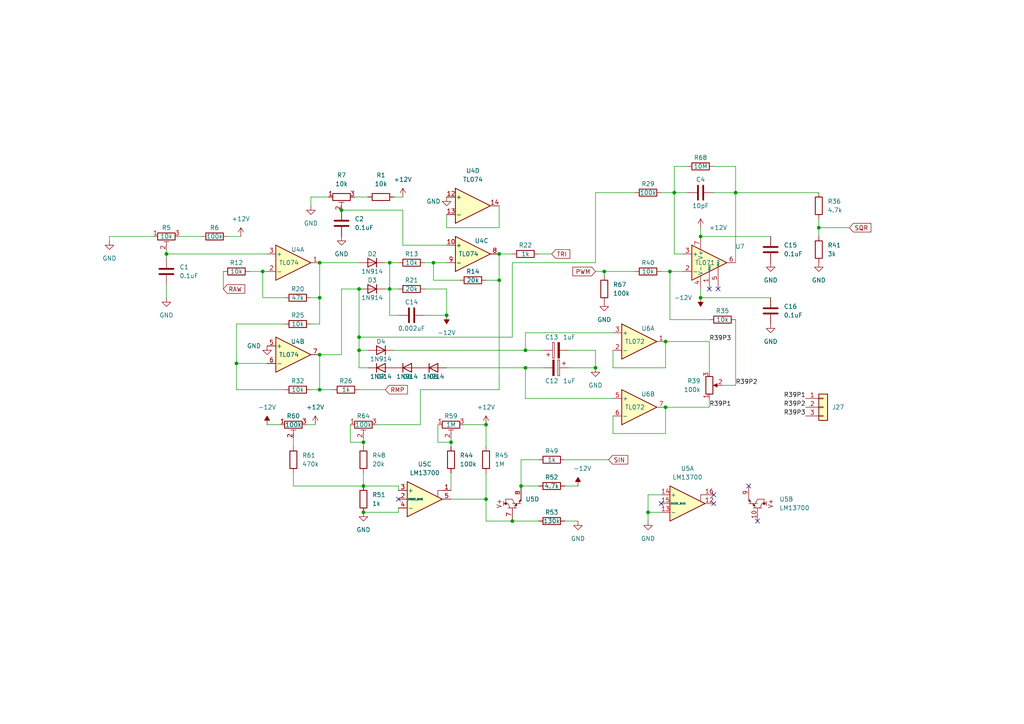
<source format=kicad_sch>
(kicad_sch (version 20211123) (generator eeschema)
  (paper "A4")
  (lib_symbols
    (symbol "Amplifier_Operational:LM13700" (pin_names (offset 0.127))
      (property "Reference" "U" (at 3.81 5.08 0))
      (property "Value" "LM13700" (at 5.08 -5.08 0))
      (symbol "LM13700_1_1"
        (polyline (pts (xy 3.81 -0.635) (xy 3.81 -2.54) (xy 5.08 -2.54)))
        (polyline (pts (xy 5.08 0) (xy -5.08 -5.08) (xy -5.08 5.08) (xy 5.08 0)) (stroke (width 0.254)) (fill (type background)))
        (pin output line (at 7.62 0 180) (length 2.54) (name "~") (number "12"))
        (pin input line (at -7.62 2.54 0) (length 2.54) (name "-") (number "13"))
        (pin input line (at -7.62 -2.54 0) (length 2.54) (name "+") (number "14"))
        (pin input line (at -7.62 0 0) (length 2.54) (name "DIODE_BIAS") (number "15"))
        (pin input line (at 7.62 -2.54 180) (length 2.54) (name "~") (number "16"))
      )
      (symbol "LM13700_2_0"
        (polyline (pts (xy -1.905 2.54) (xy -3.175 2.54)))
      )
      (symbol "LM13700_2_1"
        (circle (center -2.54 1.905) (radius 0.254) (stroke (width 0.254)) (fill (type outline)))
        (polyline (pts (xy -3.81 -0.635) (xy -2.54 -1.27)))
        (polyline (pts (xy -3.81 1.27) (xy -3.81 -1.27)))
        (polyline (pts (xy -2.54 -1.905) (xy -1.27 -2.54)))
        (polyline (pts (xy -2.54 0) (xy -2.54 -2.54)))
        (polyline (pts (xy -3.81 0.635) (xy -2.54 1.27) (xy -2.54 1.905) (xy -2.54 2.54)))
        (polyline (pts (xy -2.54 -1.27) (xy -3.175 -0.635) (xy -3.175 -1.27) (xy -2.54 -1.27)) (fill (type outline)))
        (polyline (pts (xy -2.54 -0.635) (xy -1.27 0) (xy -1.27 1.905) (xy -2.54 1.905)))
        (polyline (pts (xy -1.27 -2.54) (xy -1.905 -1.905) (xy -1.905 -2.54) (xy -1.27 -2.54)) (fill (type outline)))
        (text "V+" (at -2.54 3.81 0) (effects (font (size 1.27 1.27))))
        (pin input line (at -7.62 0 0) (length 3.81) (name "~") (number "10"))
        (pin output line (at 2.54 -2.54 180) (length 3.81) (name "~") (number "9"))
      )
      (symbol "LM13700_3_1"
        (polyline (pts (xy 3.81 -0.635) (xy 3.81 -2.54) (xy 5.08 -2.54)))
        (polyline (pts (xy 5.08 0) (xy -5.08 -5.08) (xy -5.08 5.08) (xy 5.08 0)) (stroke (width 0.254)) (fill (type background)))
        (pin input line (at 7.62 -2.54 180) (length 2.54) (name "~") (number "1"))
        (pin input line (at -7.62 0 0) (length 2.54) (name "DIODE_BIAS") (number "2"))
        (pin input line (at -7.62 -2.54 0) (length 2.54) (name "+") (number "3"))
        (pin input line (at -7.62 2.54 0) (length 2.54) (name "-") (number "4"))
        (pin output line (at 7.62 0 180) (length 2.54) (name "~") (number "5"))
      )
      (symbol "LM13700_4_0"
        (polyline (pts (xy -3.175 2.54) (xy -1.905 2.54)))
        (text "V+" (at -2.54 3.81 0) (effects (font (size 1.27 1.27))))
      )
      (symbol "LM13700_4_1"
        (circle (center -2.54 1.905) (radius 0.254) (stroke (width 0.254)) (fill (type outline)))
        (polyline (pts (xy -3.81 -0.635) (xy -2.54 -1.27)))
        (polyline (pts (xy -3.81 1.27) (xy -3.81 -1.27)))
        (polyline (pts (xy -2.54 -1.905) (xy -1.27 -2.54)))
        (polyline (pts (xy -2.54 0) (xy -2.54 -2.54)))
        (polyline (pts (xy -3.81 0.635) (xy -2.54 1.27) (xy -2.54 2.54)))
        (polyline (pts (xy -2.54 -1.27) (xy -3.175 -0.635) (xy -3.175 -1.27) (xy -2.54 -1.27)) (fill (type outline)))
        (polyline (pts (xy -2.54 -0.635) (xy -1.27 0) (xy -1.27 1.905) (xy -2.54 1.905)))
        (polyline (pts (xy -1.27 -2.54) (xy -1.905 -1.905) (xy -1.905 -2.54) (xy -1.27 -2.54)) (fill (type outline)))
        (pin input line (at -7.62 0 0) (length 3.81) (name "~") (number "7"))
        (pin output line (at 2.54 -2.54 180) (length 3.81) (name "~") (number "8"))
      )
      (symbol "LM13700_5_1"
        (pin power_in line (at -2.54 7.62 270) (length 3.81) (name "V+") (number "11"))
        (pin power_in line (at -2.54 -7.62 90) (length 3.81) (name "V-") (number "6"))
      )
    )
    (symbol "Amplifier_Operational:TL071" (pin_names (offset 0.127))
      (property "Reference" "U" (at 0 6.35 0))
      (property "Value" "TL071" (at 0 3.81 0))
      (symbol "TL071_0_1"
        (polyline (pts (xy -5.08 5.08) (xy 5.08 0) (xy -5.08 -5.08) (xy -5.08 5.08)) (stroke (width 0.254)) (fill (type background)))
      )
      (symbol "TL071_1_1"
        (pin input line (at 0 -7.62 90) (length 5.08) (name "NULL") (number "1"))
        (pin input line (at -7.62 -2.54 0) (length 2.54) (name "-") (number "2"))
        (pin input line (at -7.62 2.54 0) (length 2.54) (name "+") (number "3"))
        (pin power_in line (at -2.54 -7.62 90) (length 3.81) (name "V-") (number "4"))
        (pin input line (at 2.54 -7.62 90) (length 6.35) (name "NULL") (number "5"))
        (pin output line (at 7.62 0 180) (length 2.54) (name "~") (number "6"))
        (pin power_in line (at -2.54 7.62 270) (length 3.81) (name "V+") (number "7"))
        (pin no_connect line (at 0 2.54 270) (length 2.54) hide (name "NC") (number "8"))
      )
    )
    (symbol "Amplifier_Operational:TL072" (pin_names (offset 0.127))
      (property "Reference" "U" (at 0 5.08 0))
      (property "Value" "TL072" (at 0 -5.08 0))
      (symbol "TL072_1_1"
        (polyline (pts (xy -5.08 5.08) (xy 5.08 0) (xy -5.08 -5.08) (xy -5.08 5.08)) (stroke (width 0.254)) (fill (type background)))
        (pin output line (at 7.62 0 180) (length 2.54) (name "~") (number "1"))
        (pin input line (at -7.62 -2.54 0) (length 2.54) (name "-") (number "2"))
        (pin input line (at -7.62 2.54 0) (length 2.54) (name "+") (number "3"))
      )
      (symbol "TL072_2_1"
        (polyline (pts (xy -5.08 5.08) (xy 5.08 0) (xy -5.08 -5.08) (xy -5.08 5.08)) (stroke (width 0.254)) (fill (type background)))
        (pin input line (at -7.62 2.54 0) (length 2.54) (name "+") (number "5"))
        (pin input line (at -7.62 -2.54 0) (length 2.54) (name "-") (number "6"))
        (pin output line (at 7.62 0 180) (length 2.54) (name "~") (number "7"))
      )
      (symbol "TL072_3_1"
        (pin power_in line (at -2.54 -7.62 90) (length 3.81) (name "V-") (number "4"))
        (pin power_in line (at -2.54 7.62 270) (length 3.81) (name "V+") (number "8"))
      )
    )
    (symbol "Amplifier_Operational:TL074" (pin_names (offset 0.127))
      (property "Reference" "U" (at 0 5.08 0))
      (property "Value" "TL074" (at 0 -5.08 0))
      (symbol "TL074_1_1"
        (polyline (pts (xy -5.08 5.08) (xy 5.08 0) (xy -5.08 -5.08) (xy -5.08 5.08)) (stroke (width 0.254)) (fill (type background)))
        (pin output line (at 7.62 0 180) (length 2.54) (name "~") (number "1"))
        (pin input line (at -7.62 -2.54 0) (length 2.54) (name "-") (number "2"))
        (pin input line (at -7.62 2.54 0) (length 2.54) (name "+") (number "3"))
      )
      (symbol "TL074_2_1"
        (polyline (pts (xy -5.08 5.08) (xy 5.08 0) (xy -5.08 -5.08) (xy -5.08 5.08)) (stroke (width 0.254)) (fill (type background)))
        (pin input line (at -7.62 2.54 0) (length 2.54) (name "+") (number "5"))
        (pin input line (at -7.62 -2.54 0) (length 2.54) (name "-") (number "6"))
        (pin output line (at 7.62 0 180) (length 2.54) (name "~") (number "7"))
      )
      (symbol "TL074_3_1"
        (polyline (pts (xy -5.08 5.08) (xy 5.08 0) (xy -5.08 -5.08) (xy -5.08 5.08)) (stroke (width 0.254)) (fill (type background)))
        (pin input line (at -7.62 2.54 0) (length 2.54) (name "+") (number "10"))
        (pin output line (at 7.62 0 180) (length 2.54) (name "~") (number "8"))
        (pin input line (at -7.62 -2.54 0) (length 2.54) (name "-") (number "9"))
      )
      (symbol "TL074_4_1"
        (polyline (pts (xy -5.08 5.08) (xy 5.08 0) (xy -5.08 -5.08) (xy -5.08 5.08)) (stroke (width 0.254)) (fill (type background)))
        (pin input line (at -7.62 2.54 0) (length 2.54) (name "+") (number "12"))
        (pin input line (at -7.62 -2.54 0) (length 2.54) (name "-") (number "13"))
        (pin output line (at 7.62 0 180) (length 2.54) (name "~") (number "14"))
      )
      (symbol "TL074_5_1"
        (pin power_in line (at -2.54 -7.62 90) (length 3.81) (name "V-") (number "11"))
        (pin power_in line (at -2.54 7.62 270) (length 3.81) (name "V+") (number "4"))
      )
    )
    (symbol "Connector_Generic:Conn_01x03" (pin_names (offset 1.016) hide)
      (property "Reference" "J" (at 0 5.08 0))
      (property "Value" "Conn_01x03" (at 0 -5.08 0))
      (symbol "Conn_01x03_1_1"
        (rectangle (start -1.27 -2.413) (end 0 -2.667) (stroke (width 0.1524)))
        (rectangle (start -1.27 0.127) (end 0 -0.127) (stroke (width 0.1524)))
        (rectangle (start -1.27 2.667) (end 0 2.413) (stroke (width 0.1524)))
        (rectangle (start -1.27 3.81) (end 1.27 -3.81) (stroke (width 0.254)) (fill (type background)))
        (pin passive line (at -5.08 2.54 0) (length 3.81) (name "Pin_1") (number "1"))
        (pin passive line (at -5.08 0 0) (length 3.81) (name "Pin_2") (number "2"))
        (pin passive line (at -5.08 -2.54 0) (length 3.81) (name "Pin_3") (number "3"))
      )
    )
    (symbol "Device:C" (pin_numbers hide) (pin_names (offset 0.254))
      (property "Reference" "C" (at 0.635 2.54 0))
      (property "Value" "C" (at 0.635 -2.54 0))
      (symbol "C_0_1"
        (polyline (pts (xy -2.032 -0.762) (xy 2.032 -0.762)) (stroke (width 0.508)))
        (polyline (pts (xy -2.032 0.762) (xy 2.032 0.762)) (stroke (width 0.508)))
      )
      (symbol "C_1_1"
        (pin passive line (at 0 3.81 270) (length 2.794) (name "~") (number "1"))
        (pin passive line (at 0 -3.81 90) (length 2.794) (name "~") (number "2"))
      )
    )
    (symbol "Device:R" (pin_numbers hide) (pin_names (offset 0))
      (property "Reference" "R" (at 2.032 0 90))
      (property "Value" "R" (at 0 0 90))
      (symbol "R_0_1"
        (rectangle (start -1.016 -2.54) (end 1.016 2.54) (stroke (width 0.254)))
      )
      (symbol "R_1_1"
        (pin passive line (at 0 3.81 270) (length 1.27) (name "~") (number "1"))
        (pin passive line (at 0 -3.81 90) (length 1.27) (name "~") (number "2"))
      )
    )
    (symbol "Device:R_Potentiometer" (pin_names (offset 1.016) hide)
      (property "Reference" "RV" (at -4.445 0 90))
      (property "Value" "R_Potentiometer" (at -2.54 0 90))
      (symbol "R_Potentiometer_0_1"
        (polyline (pts (xy 2.54 0) (xy 1.524 0)))
        (polyline (pts (xy 1.143 0) (xy 2.286 0.508) (xy 2.286 -0.508) (xy 1.143 0)) (fill (type outline)))
        (rectangle (start 1.016 2.54) (end -1.016 -2.54) (stroke (width 0.254)))
      )
      (symbol "R_Potentiometer_1_1"
        (pin passive line (at 0 3.81 270) (length 1.27) (name "1") (number "1"))
        (pin passive line (at 3.81 0 180) (length 1.27) (name "2") (number "2"))
        (pin passive line (at 0 -3.81 90) (length 1.27) (name "3") (number "3"))
      )
    )
    (symbol "Diode:1N914" (pin_numbers hide) (pin_names (offset 1.016) hide)
      (property "Reference" "D" (at 0 2.54 0))
      (property "Value" "1N914" (at 0 -2.54 0))
      (symbol "1N914_0_1"
        (polyline (pts (xy -1.27 1.27) (xy -1.27 -1.27)) (stroke (width 0.254)))
        (polyline (pts (xy 1.27 0) (xy -1.27 0)))
        (polyline (pts (xy 1.27 1.27) (xy 1.27 -1.27) (xy -1.27 0) (xy 1.27 1.27)) (stroke (width 0.254)))
      )
      (symbol "1N914_1_1"
        (pin passive line (at -3.81 0 0) (length 2.54) (name "K") (number "1"))
        (pin passive line (at 3.81 0 180) (length 2.54) (name "A") (number "2"))
      )
    )
    (symbol "dhk:C_Tantalum" (pin_numbers hide) (pin_names (offset 0.254))
      (property "Reference" "C" (at 0.635 2.54 0))
      (property "Value" "C_Tantalum" (at 0.635 -2.54 0))
      (symbol "C_Tantalum_0_1"
        (rectangle (start -2.286 0.508) (end 2.286 1.016))
        (polyline (pts (xy -1.778 2.286) (xy -0.762 2.286)))
        (polyline (pts (xy -1.27 2.794) (xy -1.27 1.778)))
        (rectangle (start 2.286 -0.508) (end -2.286 -1.016) (fill (type outline)))
      )
      (symbol "C_Tantalum_1_1"
        (pin passive line (at 0 3.81 270) (length 2.794) (name "~") (number "1"))
        (pin passive line (at 0 -3.81 90) (length 2.794) (name "~") (number "2"))
      )
    )
    (symbol "dhk:R_Potentiometer_Trim_Top" (pin_names (offset 1.016) hide)
      (property "Reference" "RV" (at -4.445 0 90))
      (property "Value" "R_Potentiometer_Trim_Top" (at -2.54 0 90))
      (symbol "R_Potentiometer_Trim_Top_0_1"
        (polyline (pts (xy 1.524 0.762) (xy 1.524 -0.762)))
        (polyline (pts (xy 2.54 0) (xy 1.524 0)))
        (rectangle (start 1.016 2.54) (end -1.016 -2.54) (stroke (width 0.254)))
      )
      (symbol "R_Potentiometer_Trim_Top_1_1"
        (pin passive line (at 0 3.81 270) (length 1.27) (name "1") (number "1"))
        (pin passive line (at 3.81 0 180) (length 1.27) (name "2") (number "2"))
        (pin passive line (at 0 -3.81 90) (length 1.27) (name "3") (number "3"))
      )
    )
    (symbol "power:+12V" (power) (pin_names (offset 0))
      (property "Value" "+12V" (at 0 3.556 0))
      (symbol "+12V_0_1"
        (polyline (pts (xy -0.762 1.27) (xy 0 2.54)))
        (polyline (pts (xy 0 0) (xy 0 2.54)))
        (polyline (pts (xy 0 2.54) (xy 0.762 1.27)))
      )
      (symbol "+12V_1_1"
        (pin power_in line (at 0 0 90) (length 0) hide (name "+12V") (number "1"))
      )
    )
    (symbol "power:-12V" (power) (pin_names (offset 0))
      (property "Value" "-12V" (at 0 3.81 0))
      (symbol "-12V_0_0"
        (pin power_in line (at 0 0 90) (length 0) hide (name "-12V") (number "1"))
      )
      (symbol "-12V_0_1"
        (polyline (pts (xy 0 0) (xy 0 1.27) (xy 0.762 1.27) (xy 0 2.54) (xy -0.762 1.27) (xy 0 1.27)) (fill (type outline)))
      )
    )
    (symbol "power:GND" (power) (pin_names (offset 0))
      (property "Value" "GND" (at 0 -3.81 0))
      (symbol "GND_0_1"
        (polyline (pts (xy 0 0) (xy 0 -1.27) (xy 1.27 -1.27) (xy 0 -2.54) (xy -1.27 -1.27) (xy 0 -1.27)))
      )
      (symbol "GND_1_1"
        (pin power_in line (at 0 0 270) (length 0) hide (name "GND") (number "1"))
      )
    )
  )
  (junction (at 194.31 78.74))
  (junction (at 193.04 99.06))
  (junction (at 105.41 140.97))
  (junction (at 92.71 102.87))
  (junction (at 105.41 128.27))
  (junction (at 125.73 76.2))
  (junction (at 148.59 151.13))
  (junction (at 113.03 83.82))
  (junction (at 172.72 106.68))
  (junction (at 152.4 106.68))
  (junction (at 76.2 78.74))
  (junction (at 92.71 113.03))
  (junction (at 92.71 76.2))
  (junction (at 99.06 60.96))
  (junction (at 151.13 140.97))
  (junction (at 152.4 101.6))
  (junction (at 144.78 81.28))
  (junction (at 187.96 148.59))
  (junction (at 48.26 73.66))
  (junction (at 213.36 55.88))
  (junction (at 68.58 105.41))
  (junction (at 203.2 68.58))
  (junction (at 144.78 73.66))
  (junction (at 193.04 118.11))
  (junction (at 203.2 86.36))
  (junction (at 104.14 83.82))
  (junction (at 104.14 97.79))
  (junction (at 130.81 128.27))
  (junction (at 140.97 123.19))
  (junction (at 113.03 76.2))
  (junction (at 105.41 148.59))
  (junction (at 175.26 78.74))
  (junction (at 92.71 86.36))
  (junction (at 104.14 101.6))
  (junction (at 140.97 144.78))
  (junction (at 195.58 55.88))
  (junction (at 129.54 91.44))
  (junction (at 237.49 66.04))
  (no_connect (at 205.74 83.82))
  (no_connect (at 208.28 83.82))
  (no_connect (at 115.57 144.78))
  (no_connect (at 217.17 140.97))
  (no_connect (at 207.01 146.05))
  (no_connect (at 207.01 143.51))
  (no_connect (at 219.71 151.13))
  (no_connect (at 191.77 146.05))
  (wire (pts (xy 104.14 97.79) (xy 104.14 101.6)))
  (wire (pts (xy 125.73 76.2) (xy 125.73 81.28)))
  (wire (pts (xy 140.97 123.19) (xy 140.97 129.54)))
  (wire (pts (xy 140.97 81.28) (xy 144.78 81.28)))
  (wire (pts (xy 123.19 91.44) (xy 129.54 91.44)))
  (wire (pts (xy 144.78 73.66) (xy 148.59 73.66)))
  (wire (pts (xy 140.97 144.78) (xy 140.97 151.13)))
  (wire (pts (xy 172.72 55.88) (xy 184.15 55.88)))
  (wire (pts (xy 31.75 68.58) (xy 44.45 68.58)))
  (wire (pts (xy 113.03 91.44) (xy 113.03 83.82)))
  (wire (pts (xy 175.26 78.74) (xy 175.26 80.01)))
  (wire (pts (xy 213.36 48.26) (xy 207.01 48.26)))
  (wire (pts (xy 156.21 73.66) (xy 160.02 73.66)))
  (wire (pts (xy 115.57 142.24) (xy 115.57 140.97)))
  (wire (pts (xy 102.87 57.15) (xy 106.68 57.15)))
  (wire (pts (xy 66.04 68.58) (xy 69.85 68.58)))
  (wire (pts (xy 203.2 68.58) (xy 223.52 68.58)))
  (wire (pts (xy 111.76 76.2) (xy 113.03 76.2)))
  (wire (pts (xy 90.17 113.03) (xy 92.71 113.03)))
  (wire (pts (xy 193.04 99.06) (xy 205.74 99.06)))
  (wire (pts (xy 129.54 83.82) (xy 129.54 91.44)))
  (wire (pts (xy 144.78 81.28) (xy 144.78 73.66)))
  (wire (pts (xy 152.4 115.57) (xy 177.8 115.57)))
  (wire (pts (xy 237.49 63.5) (xy 237.49 66.04)))
  (wire (pts (xy 123.19 83.82) (xy 129.54 83.82)))
  (wire (pts (xy 144.78 113.03) (xy 121.92 113.03)))
  (wire (pts (xy 187.96 143.51) (xy 187.96 148.59)))
  (wire (pts (xy 105.41 127) (xy 105.41 128.27)))
  (wire (pts (xy 195.58 48.26) (xy 199.39 48.26)))
  (wire (pts (xy 113.03 76.2) (xy 115.57 76.2)))
  (wire (pts (xy 116.84 71.12) (xy 116.84 60.96)))
  (wire (pts (xy 213.36 111.76) (xy 213.36 92.71)))
  (wire (pts (xy 77.47 123.19) (xy 81.28 123.19)))
  (wire (pts (xy 213.36 55.88) (xy 213.36 48.26)))
  (wire (pts (xy 129.54 106.68) (xy 152.4 106.68)))
  (wire (pts (xy 85.09 140.97) (xy 85.09 137.16)))
  (wire (pts (xy 92.71 76.2) (xy 104.14 76.2)))
  (wire (pts (xy 152.4 101.6) (xy 157.48 101.6)))
  (wire (pts (xy 68.58 105.41) (xy 68.58 93.98)))
  (wire (pts (xy 101.6 123.19) (xy 101.6 128.27)))
  (wire (pts (xy 203.2 83.82) (xy 203.2 86.36)))
  (wire (pts (xy 213.36 55.88) (xy 237.49 55.88)))
  (wire (pts (xy 177.8 101.6) (xy 177.8 106.68)))
  (wire (pts (xy 105.41 137.16) (xy 105.41 140.97)))
  (wire (pts (xy 68.58 105.41) (xy 68.58 113.03)))
  (wire (pts (xy 187.96 148.59) (xy 191.77 148.59)))
  (wire (pts (xy 104.14 101.6) (xy 106.68 101.6)))
  (wire (pts (xy 213.36 55.88) (xy 207.01 55.88)))
  (wire (pts (xy 114.3 57.15) (xy 116.84 57.15)))
  (wire (pts (xy 125.73 76.2) (xy 129.54 76.2)))
  (wire (pts (xy 198.12 73.66) (xy 195.58 73.66)))
  (wire (pts (xy 151.13 140.97) (xy 156.21 140.97)))
  (wire (pts (xy 163.83 151.13) (xy 167.64 151.13)))
  (wire (pts (xy 115.57 91.44) (xy 113.03 91.44)))
  (wire (pts (xy 140.97 144.78) (xy 140.97 137.16)))
  (wire (pts (xy 152.4 101.6) (xy 152.4 96.52)))
  (wire (pts (xy 237.49 66.04) (xy 237.49 68.58)))
  (wire (pts (xy 48.26 73.66) (xy 48.26 74.93)))
  (wire (pts (xy 92.71 86.36) (xy 90.17 86.36)))
  (wire (pts (xy 99.06 102.87) (xy 99.06 83.82)))
  (wire (pts (xy 148.59 97.79) (xy 148.59 76.2)))
  (wire (pts (xy 48.26 73.66) (xy 77.47 73.66)))
  (wire (pts (xy 148.59 151.13) (xy 156.21 151.13)))
  (wire (pts (xy 134.62 123.19) (xy 140.97 123.19)))
  (wire (pts (xy 92.71 113.03) (xy 92.71 102.87)))
  (wire (pts (xy 113.03 76.2) (xy 113.03 83.82)))
  (wire (pts (xy 177.8 120.65) (xy 177.8 125.73)))
  (wire (pts (xy 152.4 106.68) (xy 152.4 115.57)))
  (wire (pts (xy 48.26 82.55) (xy 48.26 86.36)))
  (wire (pts (xy 76.2 78.74) (xy 76.2 86.36)))
  (wire (pts (xy 205.74 92.71) (xy 194.31 92.71)))
  (wire (pts (xy 175.26 78.74) (xy 184.15 78.74)))
  (wire (pts (xy 115.57 147.32) (xy 115.57 148.59)))
  (wire (pts (xy 130.81 128.27) (xy 130.81 129.54)))
  (wire (pts (xy 101.6 128.27) (xy 105.41 128.27)))
  (wire (pts (xy 195.58 55.88) (xy 195.58 48.26)))
  (wire (pts (xy 105.41 148.59) (xy 115.57 148.59)))
  (wire (pts (xy 77.47 105.41) (xy 68.58 105.41)))
  (wire (pts (xy 104.14 106.68) (xy 106.68 106.68)))
  (wire (pts (xy 144.78 66.04) (xy 144.78 59.69)))
  (wire (pts (xy 144.78 81.28) (xy 144.78 113.03)))
  (wire (pts (xy 165.1 101.6) (xy 172.72 101.6)))
  (wire (pts (xy 129.54 62.23) (xy 129.54 66.04)))
  (wire (pts (xy 194.31 92.71) (xy 194.31 78.74)))
  (wire (pts (xy 127 128.27) (xy 127 123.19)))
  (wire (pts (xy 121.92 113.03) (xy 121.92 123.19)))
  (wire (pts (xy 193.04 118.11) (xy 205.74 118.11)))
  (wire (pts (xy 195.58 55.88) (xy 199.39 55.88)))
  (wire (pts (xy 203.2 66.04) (xy 203.2 68.58)))
  (wire (pts (xy 109.22 123.19) (xy 121.92 123.19)))
  (wire (pts (xy 90.17 57.15) (xy 95.25 57.15)))
  (wire (pts (xy 88.9 123.19) (xy 91.44 123.19)))
  (wire (pts (xy 85.09 140.97) (xy 105.41 140.97)))
  (wire (pts (xy 205.74 99.06) (xy 205.74 107.95)))
  (wire (pts (xy 123.19 76.2) (xy 125.73 76.2)))
  (wire (pts (xy 115.57 140.97) (xy 105.41 140.97)))
  (wire (pts (xy 165.1 106.68) (xy 172.72 106.68)))
  (wire (pts (xy 172.72 78.74) (xy 175.26 78.74)))
  (wire (pts (xy 209.55 111.76) (xy 213.36 111.76)))
  (wire (pts (xy 191.77 78.74) (xy 194.31 78.74)))
  (wire (pts (xy 193.04 106.68) (xy 193.04 99.06)))
  (wire (pts (xy 130.81 144.78) (xy 140.97 144.78)))
  (wire (pts (xy 177.8 106.68) (xy 193.04 106.68)))
  (wire (pts (xy 104.14 83.82) (xy 104.14 97.79)))
  (wire (pts (xy 163.83 133.35) (xy 176.53 133.35)))
  (wire (pts (xy 205.74 118.11) (xy 205.74 115.57)))
  (wire (pts (xy 48.26 72.39) (xy 48.26 73.66)))
  (wire (pts (xy 90.17 93.98) (xy 92.71 93.98)))
  (wire (pts (xy 213.36 76.2) (xy 213.36 55.88)))
  (wire (pts (xy 92.71 102.87) (xy 99.06 102.87)))
  (wire (pts (xy 129.54 66.04) (xy 144.78 66.04)))
  (wire (pts (xy 104.14 97.79) (xy 148.59 97.79)))
  (wire (pts (xy 113.03 83.82) (xy 115.57 83.82)))
  (wire (pts (xy 187.96 148.59) (xy 187.96 151.13)))
  (wire (pts (xy 172.72 76.2) (xy 172.72 55.88)))
  (wire (pts (xy 52.07 68.58) (xy 58.42 68.58)))
  (wire (pts (xy 195.58 73.66) (xy 195.58 55.88)))
  (wire (pts (xy 140.97 151.13) (xy 148.59 151.13)))
  (wire (pts (xy 92.71 113.03) (xy 96.52 113.03)))
  (wire (pts (xy 104.14 101.6) (xy 104.14 106.68)))
  (wire (pts (xy 130.81 127) (xy 130.81 128.27)))
  (wire (pts (xy 172.72 101.6) (xy 172.72 106.68)))
  (wire (pts (xy 76.2 86.36) (xy 82.55 86.36)))
  (wire (pts (xy 203.2 86.36) (xy 223.52 86.36)))
  (wire (pts (xy 92.71 93.98) (xy 92.71 86.36)))
  (wire (pts (xy 151.13 133.35) (xy 156.21 133.35)))
  (wire (pts (xy 191.77 55.88) (xy 195.58 55.88)))
  (wire (pts (xy 125.73 81.28) (xy 133.35 81.28)))
  (wire (pts (xy 116.84 60.96) (xy 99.06 60.96)))
  (wire (pts (xy 177.8 125.73) (xy 193.04 125.73)))
  (wire (pts (xy 130.81 137.16) (xy 130.81 142.24)))
  (wire (pts (xy 191.77 143.51) (xy 187.96 143.51)))
  (wire (pts (xy 111.76 83.82) (xy 113.03 83.82)))
  (wire (pts (xy 68.58 113.03) (xy 82.55 113.03)))
  (wire (pts (xy 85.09 127) (xy 85.09 129.54)))
  (wire (pts (xy 31.75 69.85) (xy 31.75 68.58)))
  (wire (pts (xy 237.49 66.04) (xy 246.38 66.04)))
  (wire (pts (xy 193.04 125.73) (xy 193.04 118.11)))
  (wire (pts (xy 129.54 71.12) (xy 116.84 71.12)))
  (wire (pts (xy 163.83 140.97) (xy 167.64 140.97)))
  (wire (pts (xy 92.71 76.2) (xy 92.71 86.36)))
  (wire (pts (xy 114.3 101.6) (xy 152.4 101.6)))
  (wire (pts (xy 105.41 128.27) (xy 105.41 129.54)))
  (wire (pts (xy 148.59 76.2) (xy 172.72 76.2)))
  (wire (pts (xy 152.4 106.68) (xy 157.48 106.68)))
  (wire (pts (xy 90.17 59.69) (xy 90.17 57.15)))
  (wire (pts (xy 130.81 128.27) (xy 127 128.27)))
  (wire (pts (xy 72.39 78.74) (xy 76.2 78.74)))
  (wire (pts (xy 99.06 83.82) (xy 104.14 83.82)))
  (wire (pts (xy 151.13 140.97) (xy 151.13 133.35)))
  (wire (pts (xy 152.4 96.52) (xy 177.8 96.52)))
  (wire (pts (xy 104.14 113.03) (xy 111.76 113.03)))
  (wire (pts (xy 76.2 78.74) (xy 77.47 78.74)))
  (wire (pts (xy 194.31 78.74) (xy 198.12 78.74)))
  (wire (pts (xy 64.77 78.74) (xy 64.77 83.82)))
  (wire (pts (xy 68.58 93.98) (xy 82.55 93.98)))
  (label "R39P3" (at 233.68 120.65 180))
  (label "R39P2" (at 213.36 111.76 0))
  (label "R39P2" (at 233.68 118.11 180))
  (label "R39P1" (at 233.68 115.57 180))
  (label "R39P3" (at 205.74 99.06 0))
  (label "R39P1" (at 205.74 118.11 0))
  (global_label "SQR" (shape input) (at 246.38 66.04 0) (property "Intersheet References" "${INTERSHEET_REFS}" (effects hide)))
  (global_label "RMP" (shape input) (at 111.76 113.03 0) (property "Intersheet References" "${INTERSHEET_REFS}" (effects hide)))
  (global_label "PWM" (shape input) (at 172.72 78.74 180) (property "Intersheet References" "${INTERSHEET_REFS}" (effects hide)))
  (global_label "RAW" (shape input) (at 64.77 83.82 0) (property "Intersheet References" "${INTERSHEET_REFS}" (effects hide)))
  (global_label "SIN" (shape input) (at 176.53 133.35 0) (property "Intersheet References" "${INTERSHEET_REFS}" (effects hide)))
  (global_label "TRI" (shape input) (at 160.02 73.66 0) (property "Intersheet References" "${INTERSHEET_REFS}" (effects hide)))
  (symbol (lib_id "Diode:1N914") (at 107.95 83.82 0) (mirror y) (unit 1)
    (property "Reference" "D3" (at 107.95 81.28 0))
    (property "Value" "1N914" (at 107.95 86.36 0))
    (property "Footprint" "Diode_THT:D_DO-35_SOD27_P7.62mm_Horizontal" (effects hide))
    (property "Datasheet" "http://www.vishay.com/docs/85622/1n914.pdf" (effects hide))
  )
  (symbol (lib_id "Device:R") (at 237.49 59.69 0) (unit 1)
    (property "Reference" "R36" (at 240.03 58.4199 0) (effects (justify left)))
    (property "Value" "4.7k" (at 240.03 60.9599 0) (effects (justify left)))
    (property "Footprint" "Resistor_THT:R_Axial_DIN0207_L6.3mm_D2.5mm_P7.62mm_Horizontal" (effects hide))
  )
  (symbol (lib_id "Device:R") (at 160.02 151.13 90) (unit 1)
    (property "Reference" "R53" (at 160.02 148.59 90))
    (property "Value" "130k" (at 160.02 151.13 90))
    (property "Footprint" "Resistor_THT:R_Axial_DIN0207_L6.3mm_D2.5mm_P7.62mm_Horizontal" (effects hide))
  )
  (symbol (lib_id "Device:R") (at 86.36 93.98 90) (unit 1)
    (property "Reference" "R25" (at 86.36 91.44 90))
    (property "Value" "10k" (at 86.36 93.98 90))
    (property "Footprint" "Resistor_THT:R_Axial_DIN0207_L6.3mm_D2.5mm_P7.62mm_Horizontal" (effects hide))
  )
  (symbol (lib_id "Amplifier_Operational:LM13700") (at 219.71 143.51 270) (mirror x) (unit 2)
    (property "Reference" "U5" (at 226.06 144.7799 90) (effects (justify left)))
    (property "Value" "LM13700" (at 226.06 147.3199 90) (effects (justify left)))
    (property "Footprint" "Package_SO:SOIC-16_3.9x9.9mm_P1.27mm" (effects hide))
    (property "Datasheet" "http://www.ti.com/lit/ds/symlink/lm13700.pdf" (effects hide))
  )
  (symbol (lib_id "Diode:1N914") (at 125.73 106.68 0) (unit 1)
    (property "Reference" "D5" (at 125.73 109.22 0))
    (property "Value" "1N914" (at 125.73 109.22 0))
    (property "Footprint" "Diode_THT:D_DO-35_SOD27_P7.62mm_Horizontal" (effects hide))
    (property "Datasheet" "http://www.vishay.com/docs/85622/1n914.pdf" (effects hide))
  )
  (symbol (lib_id "power:+12V") (at 69.85 68.58 0) (unit 1)
    (property "Reference" "#PWR0114" (effects hide))
    (property "Value" "+12V" (at 69.85 63.5 0))
  )
  (symbol (lib_id "Device:R") (at 237.49 72.39 0) (unit 1)
    (property "Reference" "R41" (at 240.03 71.1199 0) (effects (justify left)))
    (property "Value" "3k" (at 240.03 73.6599 0) (effects (justify left)))
    (property "Footprint" "Resistor_THT:R_Axial_DIN0207_L6.3mm_D2.5mm_P7.62mm_Horizontal" (effects hide))
  )
  (symbol (lib_id "power:GND") (at 129.54 57.15 0) (unit 1)
    (property "Reference" "#PWR0123" (effects hide))
    (property "Value" "GND" (at 125.73 58.42 0))
  )
  (symbol (lib_id "Diode:1N914") (at 118.11 106.68 0) (unit 1)
    (property "Reference" "D6" (at 118.11 109.22 0))
    (property "Value" "1N914" (at 118.11 109.22 0))
    (property "Footprint" "Diode_THT:D_DO-35_SOD27_P7.62mm_Horizontal" (effects hide))
    (property "Datasheet" "http://www.vishay.com/docs/85622/1n914.pdf" (effects hide))
  )
  (symbol (lib_id "power:GND") (at 99.06 68.58 0) (unit 1)
    (property "Reference" "#PWR0125" (effects hide))
    (property "Value" "GND" (at 99.06 73.66 0))
  )
  (symbol (lib_id "power:+12V") (at 203.2 66.04 0) (unit 1)
    (property "Reference" "#PWR0136" (effects hide))
    (property "Value" "+12V" (at 208.28 66.04 0))
  )
  (symbol (lib_id "dhk:R_Potentiometer_Trim_Top") (at 85.09 123.19 90) (mirror x) (unit 1)
    (property "Reference" "R60" (at 85.09 120.65 90))
    (property "Value" "100k" (at 85.09 123.19 90))
    (property "Footprint" "Potentiometer_THT:Potentiometer_Bourns_3339P_Vertical" (effects hide))
  )
  (symbol (lib_id "Device:C") (at 48.26 78.74 0) (unit 1)
    (property "Reference" "C1" (at 52.07 77.4699 0) (effects (justify left)))
    (property "Value" "0.1uF" (at 52.07 80.0099 0) (effects (justify left)))
    (property "Footprint" "Capacitor_THT:C_Disc_D5.0mm_W2.5mm_P2.50mm" (effects hide))
  )
  (symbol (lib_id "Device:R") (at 209.55 92.71 90) (unit 1)
    (property "Reference" "R35" (at 209.55 90.17 90))
    (property "Value" "10k" (at 209.55 92.71 90))
    (property "Footprint" "Resistor_THT:R_Axial_DIN0207_L6.3mm_D2.5mm_P7.62mm_Horizontal" (effects hide))
  )
  (symbol (lib_id "Device:R") (at 160.02 140.97 90) (unit 1)
    (property "Reference" "R52" (at 160.02 138.43 90))
    (property "Value" "4.7k" (at 160.02 140.97 90))
    (property "Footprint" "Resistor_THT:R_Axial_DIN0207_L6.3mm_D2.5mm_P7.62mm_Horizontal" (effects hide))
  )
  (symbol (lib_id "Device:R") (at 160.02 133.35 90) (unit 1)
    (property "Reference" "R49" (at 160.02 130.81 90))
    (property "Value" "1k" (at 160.02 133.35 90))
    (property "Footprint" "Resistor_THT:R_Axial_DIN0207_L6.3mm_D2.5mm_P7.62mm_Horizontal" (effects hide))
  )
  (symbol (lib_id "Device:R") (at 85.09 133.35 0) (unit 1)
    (property "Reference" "R61" (at 87.63 132.0799 0) (effects (justify left)))
    (property "Value" "470k" (at 87.63 134.6199 0) (effects (justify left)))
    (property "Footprint" "Resistor_THT:R_Axial_DIN0207_L6.3mm_D2.5mm_P7.62mm_Horizontal" (effects hide))
  )
  (symbol (lib_id "power:-12V") (at 129.54 91.44 0) (mirror x) (unit 1)
    (property "Reference" "#PWR0126" (effects hide))
    (property "Value" "-12V" (at 129.54 96.52 0))
  )
  (symbol (lib_id "Amplifier_Operational:TL074") (at 137.16 73.66 0) (unit 3)
    (property "Reference" "U4" (at 139.7 69.85 0))
    (property "Value" "TL074" (at 135.89 73.66 0))
    (property "Footprint" "Package_DIP:DIP-14_W7.62mm_Socket_LongPads" (effects hide))
    (property "Datasheet" "http://www.ti.com/lit/ds/symlink/tl071.pdf" (effects hide))
  )
  (symbol (lib_id "Device:R_Potentiometer") (at 205.74 111.76 0) (mirror x) (unit 1) (on_board no)
    (property "Reference" "R39" (at 203.2 110.4899 0) (effects (justify right)))
    (property "Value" "100k" (at 203.2 113.0299 0) (effects (justify right)))
    (property "Footprint" "Resistor_THT:R_Axial_DIN0207_L6.3mm_D2.5mm_P7.62mm_Horizontal" (effects hide))
  )
  (symbol (lib_id "Device:R") (at 110.49 57.15 90) (unit 1)
    (property "Reference" "R1" (at 110.49 50.8 90))
    (property "Value" "10k" (at 110.49 53.34 90))
    (property "Footprint" "Resistor_THT:R_Axial_DIN0207_L6.3mm_D2.5mm_P7.62mm_Horizontal" (effects hide))
  )
  (symbol (lib_id "Diode:1N914") (at 110.49 106.68 0) (unit 1)
    (property "Reference" "D7" (at 110.49 109.22 0))
    (property "Value" "1N914" (at 110.49 109.22 0))
    (property "Footprint" "Diode_THT:D_DO-35_SOD27_P7.62mm_Horizontal" (effects hide))
    (property "Datasheet" "http://www.vishay.com/docs/85622/1n914.pdf" (effects hide))
  )
  (symbol (lib_id "Device:R") (at 140.97 133.35 0) (unit 1)
    (property "Reference" "R45" (at 143.51 132.0799 0) (effects (justify left)))
    (property "Value" "1M" (at 143.51 134.6199 0) (effects (justify left)))
    (property "Footprint" "Resistor_THT:R_Axial_DIN0207_L6.3mm_D2.5mm_P7.62mm_Horizontal" (effects hide))
  )
  (symbol (lib_id "Device:R") (at 62.23 68.58 90) (unit 1)
    (property "Reference" "R6" (at 62.23 66.04 90))
    (property "Value" "100k" (at 62.23 68.58 90))
    (property "Footprint" "Resistor_THT:R_Axial_DIN0207_L6.3mm_D2.5mm_P7.62mm_Horizontal" (effects hide))
  )
  (symbol (lib_id "Device:C") (at 223.52 72.39 0) (unit 1)
    (property "Reference" "C15" (at 227.33 71.1199 0) (effects (justify left)))
    (property "Value" "0.1uF" (at 227.33 73.6599 0) (effects (justify left)))
    (property "Footprint" "Capacitor_THT:C_Disc_D5.0mm_W2.5mm_P2.50mm" (effects hide))
  )
  (symbol (lib_id "Amplifier_Operational:TL072") (at 185.42 118.11 0) (unit 2)
    (property "Reference" "U6" (at 187.96 114.3 0))
    (property "Value" "TL072" (at 184.15 118.11 0))
    (property "Footprint" "Package_DIP:DIP-8_W7.62mm_Socket_LongPads" (effects hide))
    (property "Datasheet" "http://www.ti.com/lit/ds/symlink/tl072.pdf" (effects hide))
  )
  (symbol (lib_id "Device:R") (at 105.41 144.78 0) (unit 1)
    (property "Reference" "R51" (at 107.95 143.5099 0) (effects (justify left)))
    (property "Value" "1k" (at 107.95 146.0499 0) (effects (justify left)))
    (property "Footprint" "Resistor_THT:R_Axial_DIN0207_L6.3mm_D2.5mm_P7.62mm_Horizontal" (effects hide))
  )
  (symbol (lib_id "Device:R") (at 152.4 73.66 90) (unit 1)
    (property "Reference" "R22" (at 152.4 71.12 90))
    (property "Value" "1k" (at 152.4 73.66 90))
    (property "Footprint" "Resistor_THT:R_Axial_DIN0207_L6.3mm_D2.5mm_P7.62mm_Horizontal" (effects hide))
  )
  (symbol (lib_id "dhk:C_Tantalum") (at 161.29 101.6 90) (unit 1)
    (property "Reference" "C13" (at 160.02 97.79 90))
    (property "Value" "1uF" (at 165.1 97.79 90))
    (property "Footprint" "Capacitor_THT:CP_Radial_D8.0mm_P3.50mm" (effects hide))
  )
  (symbol (lib_id "Amplifier_Operational:LM13700") (at 148.59 143.51 90) (unit 4)
    (property "Reference" "U5" (at 152.4 144.7799 90) (effects (justify right)))
    (property "Value" "LM13700" (effects hide))
    (property "Footprint" "Package_SO:SOIC-16_3.9x9.9mm_P1.27mm" (effects hide))
    (property "Datasheet" "http://www.ti.com/lit/ds/symlink/lm13700.pdf" (effects hide))
  )
  (symbol (lib_id "power:-12V") (at 77.47 123.19 0) (unit 1)
    (property "Reference" "#PWR0129" (effects hide))
    (property "Value" "-12V" (at 77.47 118.11 0))
  )
  (symbol (lib_id "power:-12V") (at 203.2 86.36 0) (mirror x) (unit 1)
    (property "Reference" "#PWR0140" (effects hide))
    (property "Value" "-12V" (at 198.12 86.36 0))
  )
  (symbol (lib_id "Device:R") (at 86.36 113.03 90) (unit 1)
    (property "Reference" "R32" (at 86.36 110.49 90))
    (property "Value" "10k" (at 86.36 113.03 90))
    (property "Footprint" "Resistor_THT:R_Axial_DIN0207_L6.3mm_D2.5mm_P7.62mm_Horizontal" (effects hide))
  )
  (symbol (lib_id "power:GND") (at 90.17 59.69 0) (unit 1)
    (property "Reference" "#PWR0122" (effects hide))
    (property "Value" "GND" (at 90.17 64.77 0))
  )
  (symbol (lib_id "Amplifier_Operational:TL071") (at 205.74 76.2 0) (unit 1)
    (property "Reference" "U7" (at 214.63 71.501 0))
    (property "Value" "TL071" (at 204.47 76.2 0))
    (property "Footprint" "Package_DIP:DIP-8_W7.62mm_Socket_LongPads" (effects hide))
    (property "Datasheet" "http://www.ti.com/lit/ds/symlink/tl071.pdf" (effects hide))
  )
  (symbol (lib_id "Amplifier_Operational:TL074") (at 85.09 102.87 0) (unit 2)
    (property "Reference" "U4" (at 86.36 99.06 0))
    (property "Value" "TL074" (at 83.82 102.87 0))
    (property "Footprint" "Package_DIP:DIP-14_W7.62mm_Socket_LongPads" (effects hide))
    (property "Datasheet" "http://www.ti.com/lit/ds/symlink/tl071.pdf" (effects hide))
  )
  (symbol (lib_id "Device:R") (at 119.38 76.2 90) (unit 1)
    (property "Reference" "R13" (at 119.38 73.66 90))
    (property "Value" "10k" (at 119.38 76.2 90))
    (property "Footprint" "Resistor_THT:R_Axial_DIN0207_L6.3mm_D2.5mm_P7.62mm_Horizontal" (effects hide))
  )
  (symbol (lib_id "Amplifier_Operational:TL074") (at 137.16 59.69 0) (unit 4)
    (property "Reference" "U4" (at 137.16 49.53 0))
    (property "Value" "TL074" (at 137.16 52.07 0))
    (property "Footprint" "Package_DIP:DIP-14_W7.62mm_Socket_LongPads" (effects hide))
    (property "Datasheet" "http://www.ti.com/lit/ds/symlink/tl071.pdf" (effects hide))
  )
  (symbol (lib_id "Device:C") (at 99.06 64.77 0) (unit 1)
    (property "Reference" "C2" (at 102.87 63.4999 0) (effects (justify left)))
    (property "Value" "0.1uF" (at 102.87 66.0399 0) (effects (justify left)))
    (property "Footprint" "Capacitor_THT:C_Disc_D5.0mm_W2.5mm_P2.50mm" (effects hide))
  )
  (symbol (lib_id "dhk:R_Potentiometer_Trim_Top") (at 48.26 68.58 90) (mirror x) (unit 1)
    (property "Reference" "R5" (at 48.26 66.04 90))
    (property "Value" "10k" (at 48.26 68.58 90))
    (property "Footprint" "Potentiometer_THT:Potentiometer_Bourns_3339P_Vertical" (effects hide))
  )
  (symbol (lib_id "power:GND") (at 167.64 151.13 0) (unit 1)
    (property "Reference" "#PWR0133" (effects hide))
    (property "Value" "GND" (at 167.64 156.21 0))
  )
  (symbol (lib_id "Amplifier_Operational:LM13700") (at 199.39 146.05 0) (mirror x) (unit 1)
    (property "Reference" "U5" (at 199.39 135.89 0))
    (property "Value" "LM13700" (at 199.39 138.43 0))
    (property "Footprint" "Package_SO:SOIC-16_3.9x9.9mm_P1.27mm" (effects hide))
    (property "Datasheet" "http://www.ti.com/lit/ds/symlink/lm13700.pdf" (effects hide))
  )
  (symbol (lib_id "power:GND") (at 223.52 93.98 0) (unit 1)
    (property "Reference" "#PWR0139" (effects hide))
    (property "Value" "GND" (at 223.52 99.06 0))
  )
  (symbol (lib_id "Device:R") (at 137.16 81.28 90) (unit 1)
    (property "Reference" "R14" (at 137.16 78.74 90))
    (property "Value" "20k" (at 137.16 81.28 90))
    (property "Footprint" "Resistor_THT:R_Axial_DIN0207_L6.3mm_D2.5mm_P7.62mm_Horizontal" (effects hide))
  )
  (symbol (lib_id "power:GND") (at 187.96 151.13 0) (unit 1)
    (property "Reference" "#PWR0134" (effects hide))
    (property "Value" "GND" (at 187.96 156.21 0))
  )
  (symbol (lib_id "Diode:1N914") (at 107.95 76.2 0) (mirror y) (unit 1)
    (property "Reference" "D2" (at 107.95 73.66 0))
    (property "Value" "1N914" (at 107.95 78.74 0))
    (property "Footprint" "Diode_THT:D_DO-35_SOD27_P7.62mm_Horizontal" (effects hide))
    (property "Datasheet" "http://www.vishay.com/docs/85622/1n914.pdf" (effects hide))
  )
  (symbol (lib_id "power:GND") (at 223.52 76.2 0) (unit 1)
    (property "Reference" "#PWR0138" (effects hide))
    (property "Value" "GND" (at 223.52 81.28 0))
  )
  (symbol (lib_id "Device:R") (at 187.96 78.74 90) (unit 1)
    (property "Reference" "R40" (at 187.96 76.2 90))
    (property "Value" "10k" (at 187.96 78.74 90))
    (property "Footprint" "Resistor_THT:R_Axial_DIN0207_L6.3mm_D2.5mm_P7.62mm_Horizontal" (effects hide))
  )
  (symbol (lib_id "dhk:R_Potentiometer_Trim_Top") (at 130.81 123.19 90) (mirror x) (unit 1)
    (property "Reference" "R59" (at 130.81 120.65 90))
    (property "Value" "1M" (at 130.81 123.19 90))
    (property "Footprint" "Potentiometer_THT:Potentiometer_Bourns_3339P_Vertical" (effects hide))
  )
  (symbol (lib_id "dhk:C_Tantalum") (at 161.29 106.68 270) (unit 1)
    (property "Reference" "C12" (at 160.02 110.49 90))
    (property "Value" "1uF" (at 165.1 110.49 90))
    (property "Footprint" "Capacitor_THT:CP_Radial_D8.0mm_P3.50mm" (effects hide))
  )
  (symbol (lib_id "power:GND") (at 105.41 148.59 0) (unit 1)
    (property "Reference" "#PWR0128" (effects hide))
    (property "Value" "GND" (at 105.41 153.67 0))
  )
  (symbol (lib_id "power:GND") (at 237.49 76.2 0) (unit 1)
    (property "Reference" "#PWR0137" (effects hide))
    (property "Value" "GND" (at 237.49 81.28 0))
  )
  (symbol (lib_id "power:+12V") (at 91.44 123.19 0) (unit 1)
    (property "Reference" "#PWR0130" (effects hide))
    (property "Value" "+12V" (at 91.44 118.11 0))
  )
  (symbol (lib_id "power:-12V") (at 167.64 140.97 0) (unit 1)
    (property "Reference" "#PWR0132" (effects hide))
    (property "Value" "-12V" (at 168.91 135.89 0))
  )
  (symbol (lib_id "power:+12V") (at 116.84 57.15 0) (unit 1)
    (property "Reference" "#PWR0124" (effects hide))
    (property "Value" "+12V" (at 116.84 52.07 0))
  )
  (symbol (lib_id "Device:R") (at 119.38 83.82 90) (unit 1)
    (property "Reference" "R21" (at 119.38 81.28 90))
    (property "Value" "20k" (at 119.38 83.82 90))
    (property "Footprint" "Resistor_THT:R_Axial_DIN0207_L6.3mm_D2.5mm_P7.62mm_Horizontal" (effects hide))
  )
  (symbol (lib_id "Device:R") (at 203.2 48.26 90) (unit 1)
    (property "Reference" "R68" (at 203.2 45.72 90))
    (property "Value" "10M" (at 203.2 48.26 90))
    (property "Footprint" "Resistor_THT:R_Axial_DIN0207_L6.3mm_D2.5mm_P7.62mm_Horizontal" (effects hide))
  )
  (symbol (lib_id "Device:R") (at 105.41 133.35 0) (unit 1)
    (property "Reference" "R48" (at 107.95 132.0799 0) (effects (justify left)))
    (property "Value" "20k" (at 107.95 134.6199 0) (effects (justify left)))
    (property "Footprint" "Resistor_THT:R_Axial_DIN0207_L6.3mm_D2.5mm_P7.62mm_Horizontal" (effects hide))
  )
  (symbol (lib_id "Amplifier_Operational:TL072") (at 185.42 99.06 0) (unit 1)
    (property "Reference" "U6" (at 187.96 95.25 0))
    (property "Value" "TL072" (at 184.15 99.06 0))
    (property "Footprint" "Package_DIP:DIP-8_W7.62mm_Socket_LongPads" (effects hide))
    (property "Datasheet" "http://www.ti.com/lit/ds/symlink/tl072.pdf" (effects hide))
  )
  (symbol (lib_id "power:GND") (at 48.26 86.36 0) (unit 1)
    (property "Reference" "#PWR0113" (effects hide))
    (property "Value" "GND" (at 48.26 91.44 0))
  )
  (symbol (lib_id "Device:R") (at 68.58 78.74 90) (unit 1)
    (property "Reference" "R12" (at 68.58 76.2 90))
    (property "Value" "10k" (at 68.58 78.74 90))
    (property "Footprint" "Resistor_THT:R_Axial_DIN0207_L6.3mm_D2.5mm_P7.62mm_Horizontal" (effects hide))
  )
  (symbol (lib_id "Connector_Generic:Conn_01x03") (at 238.76 118.11 0) (unit 1)
    (property "Reference" "J27" (at 241.3 118.1099 0) (effects (justify left)))
    (property "Value" "Conn_01x03" (effects hide))
    (property "Footprint" "Connector_PinHeader_2.54mm:PinHeader_1x03_P2.54mm_Vertical" (effects hide))
  )
  (symbol (lib_id "Diode:1N914") (at 110.49 101.6 0) (mirror y) (unit 1)
    (property "Reference" "D4" (at 110.49 99.06 0))
    (property "Value" "1N914" (at 110.49 104.14 0))
    (property "Footprint" "Diode_THT:D_DO-35_SOD27_P7.62mm_Horizontal" (effects hide))
    (property "Datasheet" "http://www.vishay.com/docs/85622/1n914.pdf" (effects hide))
  )
  (symbol (lib_id "power:+12V") (at 140.97 123.19 0) (unit 1)
    (property "Reference" "#PWR0131" (effects hide))
    (property "Value" "+12V" (at 140.97 118.11 0))
  )
  (symbol (lib_id "Device:R") (at 187.96 55.88 90) (unit 1)
    (property "Reference" "R29" (at 187.96 53.34 90))
    (property "Value" "100k" (at 187.96 55.88 90))
    (property "Footprint" "Resistor_THT:R_Axial_DIN0207_L6.3mm_D2.5mm_P7.62mm_Horizontal" (effects hide))
  )
  (symbol (lib_id "Device:R") (at 100.33 113.03 90) (unit 1)
    (property "Reference" "R26" (at 100.33 110.49 90))
    (property "Value" "1k" (at 100.33 113.03 90))
    (property "Footprint" "Resistor_THT:R_Axial_DIN0207_L6.3mm_D2.5mm_P7.62mm_Horizontal" (effects hide))
  )
  (symbol (lib_id "Device:C") (at 223.52 90.17 0) (unit 1)
    (property "Reference" "C16" (at 227.33 88.8999 0) (effects (justify left)))
    (property "Value" "0.1uF" (at 227.33 91.4399 0) (effects (justify left)))
    (property "Footprint" "Capacitor_THT:C_Disc_D5.0mm_W2.5mm_P2.50mm" (effects hide))
  )
  (symbol (lib_id "dhk:R_Potentiometer_Trim_Top") (at 105.41 123.19 90) (mirror x) (unit 1)
    (property "Reference" "R64" (at 105.41 120.65 90))
    (property "Value" "100k" (at 105.41 123.19 90))
    (property "Footprint" "Potentiometer_THT:Potentiometer_Bourns_3339P_Vertical" (effects hide))
  )
  (symbol (lib_id "power:GND") (at 77.47 100.33 0) (unit 1)
    (property "Reference" "#PWR0127" (effects hide))
    (property "Value" "GND" (at 73.66 100.33 0))
  )
  (symbol (lib_id "power:GND") (at 175.26 87.63 0) (unit 1)
    (property "Reference" "#PWR0135" (effects hide))
    (property "Value" "GND" (at 175.26 92.71 0))
  )
  (symbol (lib_id "power:GND") (at 172.72 106.68 0) (unit 1)
    (property "Reference" "#PWR0141" (effects hide))
    (property "Value" "GND" (at 172.72 111.76 0))
  )
  (symbol (lib_id "dhk:R_Potentiometer_Trim_Top") (at 99.06 57.15 90) (mirror x) (unit 1)
    (property "Reference" "R7" (at 99.06 50.8 90))
    (property "Value" "10k" (at 99.06 53.34 90))
    (property "Footprint" "Potentiometer_THT:Potentiometer_Bourns_3339P_Vertical" (effects hide))
  )
  (symbol (lib_id "Device:R") (at 175.26 83.82 180) (unit 1)
    (property "Reference" "R67" (at 177.8 82.5499 0) (effects (justify right)))
    (property "Value" "100k" (at 177.8 85.0899 0) (effects (justify right)))
    (property "Footprint" "Resistor_THT:R_Axial_DIN0207_L6.3mm_D2.5mm_P7.62mm_Horizontal" (effects hide))
  )
  (symbol (lib_id "Amplifier_Operational:LM13700") (at 123.19 144.78 0) (mirror x) (unit 3)
    (property "Reference" "U5" (at 123.19 134.62 0))
    (property "Value" "LM13700" (at 123.19 137.16 0))
    (property "Footprint" "Package_SO:SOIC-16_3.9x9.9mm_P1.27mm" (effects hide))
    (property "Datasheet" "http://www.ti.com/lit/ds/symlink/lm13700.pdf" (effects hide))
  )
  (symbol (lib_id "Device:R") (at 130.81 133.35 0) (unit 1)
    (property "Reference" "R44" (at 133.35 132.0799 0) (effects (justify left)))
    (property "Value" "100k" (at 133.35 134.6199 0) (effects (justify left)))
    (property "Footprint" "Resistor_THT:R_Axial_DIN0207_L6.3mm_D2.5mm_P7.62mm_Horizontal" (effects hide))
  )
  (symbol (lib_id "Device:C") (at 119.38 91.44 90) (unit 1)
    (property "Reference" "C14" (at 119.38 87.63 90))
    (property "Value" "0.002uF" (at 119.38 95.25 90))
    (property "Footprint" "Capacitor_THT:C_Disc_D4.7mm_W2.5mm_P5.00mm" (effects hide))
  )
  (symbol (lib_id "Device:R") (at 86.36 86.36 90) (unit 1)
    (property "Reference" "R20" (at 86.36 83.82 90))
    (property "Value" "47k" (at 86.36 86.36 90))
    (property "Footprint" "Resistor_THT:R_Axial_DIN0207_L6.3mm_D2.5mm_P7.62mm_Horizontal" (effects hide))
  )
  (symbol (lib_id "Device:C") (at 203.2 55.88 90) (unit 1)
    (property "Reference" "C4" (at 203.2 52.07 90))
    (property "Value" "10pF" (at 203.2 59.69 90))
    (property "Footprint" "Capacitor_THT:C_Disc_D3.4mm_W2.1mm_P2.50mm" (effects hide))
  )
  (symbol (lib_id "Amplifier_Operational:TL074") (at 85.09 76.2 0) (unit 1)
    (property "Reference" "U4" (at 86.36 72.39 0))
    (property "Value" "TL074" (at 83.82 76.2 0))
    (property "Footprint" "Package_DIP:DIP-14_W7.62mm_Socket_LongPads" (effects hide))
    (property "Datasheet" "http://www.ti.com/lit/ds/symlink/tl071.pdf" (effects hide))
  )
  (symbol (lib_id "power:GND") (at 31.75 69.85 0) (unit 1)
    (property "Reference" "#PWR0112" (effects hide))
    (property "Value" "GND" (at 31.75 74.93 0))
  )
)
</source>
